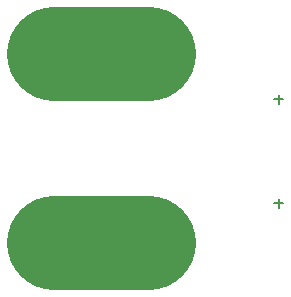
<source format=gbo>
%TF.GenerationSoftware,KiCad,Pcbnew,4.0.5-e0-6337~49~ubuntu16.04.1*%
%TF.CreationDate,2017-01-18T00:09:52-08:00*%
%TF.ProjectId,3x3-CR2032-Coin-Cell,3378332D4352323033322D436F696E2D,1.0*%
%TF.FileFunction,Legend,Bot*%
%FSLAX46Y46*%
G04 Gerber Fmt 4.6, Leading zero omitted, Abs format (unit mm)*
G04 Created by KiCad (PCBNEW 4.0.5-e0-6337~49~ubuntu16.04.1) date Wed Jan 18 00:09:52 2017*
%MOMM*%
%LPD*%
G01*
G04 APERTURE LIST*
%ADD10C,0.350000*%
%ADD11C,8.000000*%
%ADD12C,0.150000*%
G04 APERTURE END LIST*
D10*
D11*
X137033000Y-106426000D02*
X145033000Y-106426000D01*
X137033000Y-90426000D02*
X145033000Y-90426000D01*
D12*
X156413952Y-103097429D02*
X155652047Y-103097429D01*
X156032999Y-103478381D02*
X156032999Y-102716476D01*
X156413952Y-94297429D02*
X155652047Y-94297429D01*
X156032999Y-94678381D02*
X156032999Y-93916476D01*
M02*

</source>
